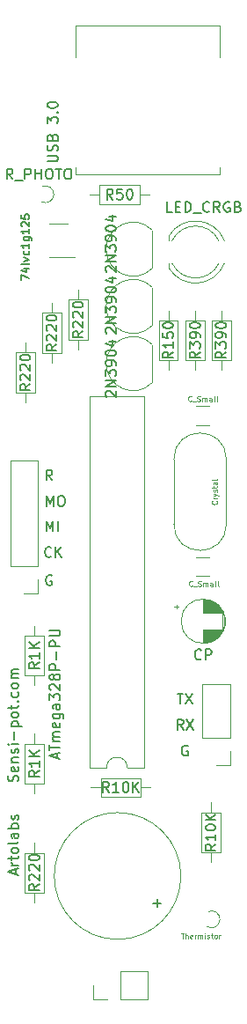
<source format=gbr>
G04 #@! TF.GenerationSoftware,KiCad,Pcbnew,5.0.2-bee76a0~70~ubuntu16.04.1*
G04 #@! TF.CreationDate,2019-09-24T08:49:17-06:00*
G04 #@! TF.ProjectId,soil_sensor_kicad_tht,736f696c-5f73-4656-9e73-6f725f6b6963,rev?*
G04 #@! TF.SameCoordinates,Original*
G04 #@! TF.FileFunction,Legend,Top*
G04 #@! TF.FilePolarity,Positive*
%FSLAX46Y46*%
G04 Gerber Fmt 4.6, Leading zero omitted, Abs format (unit mm)*
G04 Created by KiCad (PCBNEW 5.0.2-bee76a0~70~ubuntu16.04.1) date Tue 24 Sep 2019 08:49:17 AM MDT*
%MOMM*%
%LPD*%
G01*
G04 APERTURE LIST*
%ADD10C,0.150000*%
%ADD11C,0.200000*%
%ADD12C,0.120000*%
%ADD13C,0.100000*%
%ADD14C,0.130000*%
G04 APERTURE END LIST*
D10*
X83161904Y-104600000D02*
X83066666Y-104552380D01*
X82923809Y-104552380D01*
X82780952Y-104600000D01*
X82685714Y-104695238D01*
X82638095Y-104790476D01*
X82590476Y-104980952D01*
X82590476Y-105123809D01*
X82638095Y-105314285D01*
X82685714Y-105409523D01*
X82780952Y-105504761D01*
X82923809Y-105552380D01*
X83019047Y-105552380D01*
X83161904Y-105504761D01*
X83209523Y-105457142D01*
X83209523Y-105123809D01*
X83019047Y-105123809D01*
X83109523Y-102757142D02*
X83061904Y-102804761D01*
X82919047Y-102852380D01*
X82823809Y-102852380D01*
X82680952Y-102804761D01*
X82585714Y-102709523D01*
X82538095Y-102614285D01*
X82490476Y-102423809D01*
X82490476Y-102280952D01*
X82538095Y-102090476D01*
X82585714Y-101995238D01*
X82680952Y-101900000D01*
X82823809Y-101852380D01*
X82919047Y-101852380D01*
X83061904Y-101900000D01*
X83109523Y-101947619D01*
X83538095Y-102852380D02*
X83538095Y-101852380D01*
X84109523Y-102852380D02*
X83680952Y-102280952D01*
X84109523Y-101852380D02*
X83538095Y-102423809D01*
X82628571Y-100352380D02*
X82628571Y-99352380D01*
X82961904Y-100066666D01*
X83295238Y-99352380D01*
X83295238Y-100352380D01*
X83771428Y-100352380D02*
X83771428Y-99352380D01*
X82642857Y-97952380D02*
X82642857Y-96952380D01*
X82976190Y-97666666D01*
X83309523Y-96952380D01*
X83309523Y-97952380D01*
X83976190Y-96952380D02*
X84166666Y-96952380D01*
X84261904Y-97000000D01*
X84357142Y-97095238D01*
X84404761Y-97285714D01*
X84404761Y-97619047D01*
X84357142Y-97809523D01*
X84261904Y-97904761D01*
X84166666Y-97952380D01*
X83976190Y-97952380D01*
X83880952Y-97904761D01*
X83785714Y-97809523D01*
X83738095Y-97619047D01*
X83738095Y-97285714D01*
X83785714Y-97095238D01*
X83880952Y-97000000D01*
X83976190Y-96952380D01*
D11*
X96261904Y-121000000D02*
X96166666Y-120952380D01*
X96023809Y-120952380D01*
X95880952Y-121000000D01*
X95785714Y-121095238D01*
X95738095Y-121190476D01*
X95690476Y-121380952D01*
X95690476Y-121523809D01*
X95738095Y-121714285D01*
X95785714Y-121809523D01*
X95880952Y-121904761D01*
X96023809Y-121952380D01*
X96119047Y-121952380D01*
X96261904Y-121904761D01*
X96309523Y-121857142D01*
X96309523Y-121523809D01*
X96119047Y-121523809D01*
X95833333Y-119452380D02*
X95500000Y-118976190D01*
X95261904Y-119452380D02*
X95261904Y-118452380D01*
X95642857Y-118452380D01*
X95738095Y-118500000D01*
X95785714Y-118547619D01*
X95833333Y-118642857D01*
X95833333Y-118785714D01*
X95785714Y-118880952D01*
X95738095Y-118928571D01*
X95642857Y-118976190D01*
X95261904Y-118976190D01*
X96166666Y-118452380D02*
X96833333Y-119452380D01*
X96833333Y-118452380D02*
X96166666Y-119452380D01*
D10*
X79904761Y-124404761D02*
X79952380Y-124261904D01*
X79952380Y-124023809D01*
X79904761Y-123928571D01*
X79857142Y-123880952D01*
X79761904Y-123833333D01*
X79666666Y-123833333D01*
X79571428Y-123880952D01*
X79523809Y-123928571D01*
X79476190Y-124023809D01*
X79428571Y-124214285D01*
X79380952Y-124309523D01*
X79333333Y-124357142D01*
X79238095Y-124404761D01*
X79142857Y-124404761D01*
X79047619Y-124357142D01*
X79000000Y-124309523D01*
X78952380Y-124214285D01*
X78952380Y-123976190D01*
X79000000Y-123833333D01*
X79904761Y-123023809D02*
X79952380Y-123119047D01*
X79952380Y-123309523D01*
X79904761Y-123404761D01*
X79809523Y-123452380D01*
X79428571Y-123452380D01*
X79333333Y-123404761D01*
X79285714Y-123309523D01*
X79285714Y-123119047D01*
X79333333Y-123023809D01*
X79428571Y-122976190D01*
X79523809Y-122976190D01*
X79619047Y-123452380D01*
X79285714Y-122547619D02*
X79952380Y-122547619D01*
X79380952Y-122547619D02*
X79333333Y-122500000D01*
X79285714Y-122404761D01*
X79285714Y-122261904D01*
X79333333Y-122166666D01*
X79428571Y-122119047D01*
X79952380Y-122119047D01*
X79904761Y-121690476D02*
X79952380Y-121595238D01*
X79952380Y-121404761D01*
X79904761Y-121309523D01*
X79809523Y-121261904D01*
X79761904Y-121261904D01*
X79666666Y-121309523D01*
X79619047Y-121404761D01*
X79619047Y-121547619D01*
X79571428Y-121642857D01*
X79476190Y-121690476D01*
X79428571Y-121690476D01*
X79333333Y-121642857D01*
X79285714Y-121547619D01*
X79285714Y-121404761D01*
X79333333Y-121309523D01*
X79952380Y-120833333D02*
X79285714Y-120833333D01*
X78952380Y-120833333D02*
X79000000Y-120880952D01*
X79047619Y-120833333D01*
X79000000Y-120785714D01*
X78952380Y-120833333D01*
X79047619Y-120833333D01*
X79571428Y-120357142D02*
X79571428Y-119595238D01*
X79285714Y-119119047D02*
X80285714Y-119119047D01*
X79333333Y-119119047D02*
X79285714Y-119023809D01*
X79285714Y-118833333D01*
X79333333Y-118738095D01*
X79380952Y-118690476D01*
X79476190Y-118642857D01*
X79761904Y-118642857D01*
X79857142Y-118690476D01*
X79904761Y-118738095D01*
X79952380Y-118833333D01*
X79952380Y-119023809D01*
X79904761Y-119119047D01*
X79952380Y-118071428D02*
X79904761Y-118166666D01*
X79857142Y-118214285D01*
X79761904Y-118261904D01*
X79476190Y-118261904D01*
X79380952Y-118214285D01*
X79333333Y-118166666D01*
X79285714Y-118071428D01*
X79285714Y-117928571D01*
X79333333Y-117833333D01*
X79380952Y-117785714D01*
X79476190Y-117738095D01*
X79761904Y-117738095D01*
X79857142Y-117785714D01*
X79904761Y-117833333D01*
X79952380Y-117928571D01*
X79952380Y-118071428D01*
X79285714Y-117452380D02*
X79285714Y-117071428D01*
X78952380Y-117309523D02*
X79809523Y-117309523D01*
X79904761Y-117261904D01*
X79952380Y-117166666D01*
X79952380Y-117071428D01*
X79857142Y-116738095D02*
X79904761Y-116690476D01*
X79952380Y-116738095D01*
X79904761Y-116785714D01*
X79857142Y-116738095D01*
X79952380Y-116738095D01*
X79904761Y-115833333D02*
X79952380Y-115928571D01*
X79952380Y-116119047D01*
X79904761Y-116214285D01*
X79857142Y-116261904D01*
X79761904Y-116309523D01*
X79476190Y-116309523D01*
X79380952Y-116261904D01*
X79333333Y-116214285D01*
X79285714Y-116119047D01*
X79285714Y-115928571D01*
X79333333Y-115833333D01*
X79952380Y-115261904D02*
X79904761Y-115357142D01*
X79857142Y-115404761D01*
X79761904Y-115452380D01*
X79476190Y-115452380D01*
X79380952Y-115404761D01*
X79333333Y-115357142D01*
X79285714Y-115261904D01*
X79285714Y-115119047D01*
X79333333Y-115023809D01*
X79380952Y-114976190D01*
X79476190Y-114928571D01*
X79761904Y-114928571D01*
X79857142Y-114976190D01*
X79904761Y-115023809D01*
X79952380Y-115119047D01*
X79952380Y-115261904D01*
X79952380Y-114500000D02*
X79285714Y-114500000D01*
X79380952Y-114500000D02*
X79333333Y-114452380D01*
X79285714Y-114357142D01*
X79285714Y-114214285D01*
X79333333Y-114119047D01*
X79428571Y-114071428D01*
X79952380Y-114071428D01*
X79428571Y-114071428D02*
X79333333Y-114023809D01*
X79285714Y-113928571D01*
X79285714Y-113785714D01*
X79333333Y-113690476D01*
X79428571Y-113642857D01*
X79952380Y-113642857D01*
D11*
X79666666Y-133357142D02*
X79666666Y-132880952D01*
X79952380Y-133452380D02*
X78952380Y-133119047D01*
X79952380Y-132785714D01*
X79952380Y-132452380D02*
X79285714Y-132452380D01*
X79476190Y-132452380D02*
X79380952Y-132404761D01*
X79333333Y-132357142D01*
X79285714Y-132261904D01*
X79285714Y-132166666D01*
X79285714Y-131976190D02*
X79285714Y-131595238D01*
X78952380Y-131833333D02*
X79809523Y-131833333D01*
X79904761Y-131785714D01*
X79952380Y-131690476D01*
X79952380Y-131595238D01*
X79952380Y-131119047D02*
X79904761Y-131214285D01*
X79857142Y-131261904D01*
X79761904Y-131309523D01*
X79476190Y-131309523D01*
X79380952Y-131261904D01*
X79333333Y-131214285D01*
X79285714Y-131119047D01*
X79285714Y-130976190D01*
X79333333Y-130880952D01*
X79380952Y-130833333D01*
X79476190Y-130785714D01*
X79761904Y-130785714D01*
X79857142Y-130833333D01*
X79904761Y-130880952D01*
X79952380Y-130976190D01*
X79952380Y-131119047D01*
X79952380Y-130214285D02*
X79904761Y-130309523D01*
X79809523Y-130357142D01*
X78952380Y-130357142D01*
X79952380Y-129404761D02*
X79428571Y-129404761D01*
X79333333Y-129452380D01*
X79285714Y-129547619D01*
X79285714Y-129738095D01*
X79333333Y-129833333D01*
X79904761Y-129404761D02*
X79952380Y-129500000D01*
X79952380Y-129738095D01*
X79904761Y-129833333D01*
X79809523Y-129880952D01*
X79714285Y-129880952D01*
X79619047Y-129833333D01*
X79571428Y-129738095D01*
X79571428Y-129500000D01*
X79523809Y-129404761D01*
X79952380Y-128928571D02*
X78952380Y-128928571D01*
X79333333Y-128928571D02*
X79285714Y-128833333D01*
X79285714Y-128642857D01*
X79333333Y-128547619D01*
X79380952Y-128500000D01*
X79476190Y-128452380D01*
X79761904Y-128452380D01*
X79857142Y-128500000D01*
X79904761Y-128547619D01*
X79952380Y-128642857D01*
X79952380Y-128833333D01*
X79904761Y-128928571D01*
X79904761Y-128071428D02*
X79952380Y-127976190D01*
X79952380Y-127785714D01*
X79904761Y-127690476D01*
X79809523Y-127642857D01*
X79761904Y-127642857D01*
X79666666Y-127690476D01*
X79619047Y-127785714D01*
X79619047Y-127928571D01*
X79571428Y-128023809D01*
X79476190Y-128071428D01*
X79428571Y-128071428D01*
X79333333Y-128023809D01*
X79285714Y-127928571D01*
X79285714Y-127785714D01*
X79333333Y-127690476D01*
X82738980Y-64783933D02*
X83548504Y-64783933D01*
X83643742Y-64736314D01*
X83691361Y-64688695D01*
X83738980Y-64593457D01*
X83738980Y-64402980D01*
X83691361Y-64307742D01*
X83643742Y-64260123D01*
X83548504Y-64212504D01*
X82738980Y-64212504D01*
X83691361Y-63783933D02*
X83738980Y-63641076D01*
X83738980Y-63402980D01*
X83691361Y-63307742D01*
X83643742Y-63260123D01*
X83548504Y-63212504D01*
X83453266Y-63212504D01*
X83358028Y-63260123D01*
X83310409Y-63307742D01*
X83262790Y-63402980D01*
X83215171Y-63593457D01*
X83167552Y-63688695D01*
X83119933Y-63736314D01*
X83024695Y-63783933D01*
X82929457Y-63783933D01*
X82834219Y-63736314D01*
X82786600Y-63688695D01*
X82738980Y-63593457D01*
X82738980Y-63355361D01*
X82786600Y-63212504D01*
X83215171Y-62450600D02*
X83262790Y-62307742D01*
X83310409Y-62260123D01*
X83405647Y-62212504D01*
X83548504Y-62212504D01*
X83643742Y-62260123D01*
X83691361Y-62307742D01*
X83738980Y-62402980D01*
X83738980Y-62783933D01*
X82738980Y-62783933D01*
X82738980Y-62450600D01*
X82786600Y-62355361D01*
X82834219Y-62307742D01*
X82929457Y-62260123D01*
X83024695Y-62260123D01*
X83119933Y-62307742D01*
X83167552Y-62355361D01*
X83215171Y-62450600D01*
X83215171Y-62783933D01*
X82738980Y-61117266D02*
X82738980Y-60498219D01*
X83119933Y-60831552D01*
X83119933Y-60688695D01*
X83167552Y-60593457D01*
X83215171Y-60545838D01*
X83310409Y-60498219D01*
X83548504Y-60498219D01*
X83643742Y-60545838D01*
X83691361Y-60593457D01*
X83738980Y-60688695D01*
X83738980Y-60974409D01*
X83691361Y-61069647D01*
X83643742Y-61117266D01*
X83643742Y-60069647D02*
X83691361Y-60022028D01*
X83738980Y-60069647D01*
X83691361Y-60117266D01*
X83643742Y-60069647D01*
X83738980Y-60069647D01*
X82738980Y-59402980D02*
X82738980Y-59307742D01*
X82786600Y-59212504D01*
X82834219Y-59164885D01*
X82929457Y-59117266D01*
X83119933Y-59069647D01*
X83358028Y-59069647D01*
X83548504Y-59117266D01*
X83643742Y-59164885D01*
X83691361Y-59212504D01*
X83738980Y-59307742D01*
X83738980Y-59402980D01*
X83691361Y-59498219D01*
X83643742Y-59545838D01*
X83548504Y-59593457D01*
X83358028Y-59641076D01*
X83119933Y-59641076D01*
X82929457Y-59593457D01*
X82834219Y-59545838D01*
X82786600Y-59498219D01*
X82738980Y-59402980D01*
X95238095Y-115952380D02*
X95809523Y-115952380D01*
X95523809Y-116952380D02*
X95523809Y-115952380D01*
X96047619Y-115952380D02*
X96714285Y-116952380D01*
X96714285Y-115952380D02*
X96047619Y-116952380D01*
D10*
X83209523Y-95452380D02*
X82876190Y-94976190D01*
X82638095Y-95452380D02*
X82638095Y-94452380D01*
X83019047Y-94452380D01*
X83114285Y-94500000D01*
X83161904Y-94547619D01*
X83209523Y-94642857D01*
X83209523Y-94785714D01*
X83161904Y-94880952D01*
X83114285Y-94928571D01*
X83019047Y-94976190D01*
X82638095Y-94976190D01*
D12*
G04 #@! TO.C,R7*
X99500000Y-79120000D02*
X99500000Y-80070000D01*
X99500000Y-84860000D02*
X99500000Y-83910000D01*
X98580000Y-80070000D02*
X98580000Y-83910000D01*
X100420000Y-80070000D02*
X98580000Y-80070000D01*
X100420000Y-83910000D02*
X100420000Y-80070000D01*
X98580000Y-83910000D02*
X100420000Y-83910000D01*
G04 #@! TO.C,R6*
X96080000Y-83910000D02*
X97920000Y-83910000D01*
X97920000Y-83910000D02*
X97920000Y-80070000D01*
X97920000Y-80070000D02*
X96080000Y-80070000D01*
X96080000Y-80070000D02*
X96080000Y-83910000D01*
X97000000Y-84860000D02*
X97000000Y-83910000D01*
X97000000Y-79120000D02*
X97000000Y-80070000D01*
G04 #@! TO.C,R4*
X92680000Y-125000000D02*
X91730000Y-125000000D01*
X86940000Y-125000000D02*
X87890000Y-125000000D01*
X91730000Y-124080000D02*
X87890000Y-124080000D01*
X91730000Y-125920000D02*
X91730000Y-124080000D01*
X87890000Y-125920000D02*
X91730000Y-125920000D01*
X87890000Y-124080000D02*
X87890000Y-125920000D01*
G04 #@! TO.C,R3*
X82420000Y-110390000D02*
X80580000Y-110390000D01*
X80580000Y-110390000D02*
X80580000Y-114230000D01*
X80580000Y-114230000D02*
X82420000Y-114230000D01*
X82420000Y-114230000D02*
X82420000Y-110390000D01*
X81500000Y-109440000D02*
X81500000Y-110390000D01*
X81500000Y-115180000D02*
X81500000Y-114230000D01*
G04 #@! TO.C,R2*
X81500000Y-119820000D02*
X81500000Y-120770000D01*
X81500000Y-125560000D02*
X81500000Y-124610000D01*
X80580000Y-120770000D02*
X80580000Y-124610000D01*
X82420000Y-120770000D02*
X80580000Y-120770000D01*
X82420000Y-124610000D02*
X82420000Y-120770000D01*
X80580000Y-124610000D02*
X82420000Y-124610000D01*
G04 #@! TO.C,R5*
X93480000Y-83910000D02*
X95320000Y-83910000D01*
X95320000Y-83910000D02*
X95320000Y-80070000D01*
X95320000Y-80070000D02*
X93480000Y-80070000D01*
X93480000Y-80070000D02*
X93480000Y-83910000D01*
X94400000Y-84860000D02*
X94400000Y-83910000D01*
X94400000Y-79120000D02*
X94400000Y-80070000D01*
G04 #@! TO.C,R8*
X80645000Y-82220000D02*
X80645000Y-83170000D01*
X80645000Y-87960000D02*
X80645000Y-87010000D01*
X79725000Y-83170000D02*
X79725000Y-87010000D01*
X81565000Y-83170000D02*
X79725000Y-83170000D01*
X81565000Y-87010000D02*
X81565000Y-83170000D01*
X79725000Y-87010000D02*
X81565000Y-87010000D01*
G04 #@! TO.C,R9*
X82265000Y-83200000D02*
X84105000Y-83200000D01*
X84105000Y-83200000D02*
X84105000Y-79360000D01*
X84105000Y-79360000D02*
X82265000Y-79360000D01*
X82265000Y-79360000D02*
X82265000Y-83200000D01*
X83185000Y-84150000D02*
X83185000Y-83200000D01*
X83185000Y-78410000D02*
X83185000Y-79360000D01*
G04 #@! TO.C,R10*
X85725000Y-77140000D02*
X85725000Y-78090000D01*
X85725000Y-82880000D02*
X85725000Y-81930000D01*
X84805000Y-78090000D02*
X84805000Y-81930000D01*
X86645000Y-78090000D02*
X84805000Y-78090000D01*
X86645000Y-81930000D02*
X86645000Y-78090000D01*
X84805000Y-81930000D02*
X86645000Y-81930000D01*
G04 #@! TO.C,R11*
X99420000Y-127390000D02*
X97580000Y-127390000D01*
X97580000Y-127390000D02*
X97580000Y-131230000D01*
X97580000Y-131230000D02*
X99420000Y-131230000D01*
X99420000Y-131230000D02*
X99420000Y-127390000D01*
X98500000Y-126440000D02*
X98500000Y-127390000D01*
X98500000Y-132180000D02*
X98500000Y-131230000D01*
G04 #@! TO.C,R12*
X81500000Y-130320000D02*
X81500000Y-131270000D01*
X81500000Y-136060000D02*
X81500000Y-135110000D01*
X80580000Y-131270000D02*
X80580000Y-135110000D01*
X82420000Y-131270000D02*
X80580000Y-131270000D01*
X82420000Y-135110000D02*
X82420000Y-131270000D01*
X80580000Y-135110000D02*
X82420000Y-135110000D01*
G04 #@! TO.C,R13*
X91610000Y-68920000D02*
X91610000Y-67080000D01*
X91610000Y-67080000D02*
X87770000Y-67080000D01*
X87770000Y-67080000D02*
X87770000Y-68920000D01*
X87770000Y-68920000D02*
X91610000Y-68920000D01*
X92560000Y-68000000D02*
X91610000Y-68000000D01*
X86820000Y-68000000D02*
X87770000Y-68000000D01*
G04 #@! TO.C,Q1*
X92850000Y-86030000D02*
X92850000Y-82430000D01*
X92838478Y-86068478D02*
G75*
G02X88400000Y-84230000I-1838478J1838478D01*
G01*
X92838478Y-82391522D02*
G75*
G03X88400000Y-84230000I-1838478J-1838478D01*
G01*
G04 #@! TO.C,Q2*
X92838478Y-76891522D02*
G75*
G03X88400000Y-78730000I-1838478J-1838478D01*
G01*
X92838478Y-80568478D02*
G75*
G02X88400000Y-78730000I-1838478J1838478D01*
G01*
X92850000Y-80530000D02*
X92850000Y-76930000D01*
G04 #@! TO.C,Q3*
X92850000Y-75030000D02*
X92850000Y-71430000D01*
X92838478Y-75068478D02*
G75*
G02X88400000Y-73230000I-1838478J1838478D01*
G01*
X92838478Y-71391522D02*
G75*
G03X88400000Y-73230000I-1838478J-1838478D01*
G01*
G04 #@! TO.C,C1*
X99870000Y-109000000D02*
G75*
G03X99870000Y-109000000I-2120000J0D01*
G01*
X97750000Y-109840000D02*
X97750000Y-111080000D01*
X97750000Y-106920000D02*
X97750000Y-108160000D01*
X97790000Y-109840000D02*
X97790000Y-111080000D01*
X97790000Y-106920000D02*
X97790000Y-108160000D01*
X97830000Y-109840000D02*
X97830000Y-111079000D01*
X97830000Y-106921000D02*
X97830000Y-108160000D01*
X97870000Y-106923000D02*
X97870000Y-108160000D01*
X97870000Y-109840000D02*
X97870000Y-111077000D01*
X97910000Y-106926000D02*
X97910000Y-108160000D01*
X97910000Y-109840000D02*
X97910000Y-111074000D01*
X97950000Y-106929000D02*
X97950000Y-108160000D01*
X97950000Y-109840000D02*
X97950000Y-111071000D01*
X97990000Y-106933000D02*
X97990000Y-108160000D01*
X97990000Y-109840000D02*
X97990000Y-111067000D01*
X98030000Y-106938000D02*
X98030000Y-108160000D01*
X98030000Y-109840000D02*
X98030000Y-111062000D01*
X98070000Y-106944000D02*
X98070000Y-108160000D01*
X98070000Y-109840000D02*
X98070000Y-111056000D01*
X98110000Y-106950000D02*
X98110000Y-108160000D01*
X98110000Y-109840000D02*
X98110000Y-111050000D01*
X98150000Y-106958000D02*
X98150000Y-108160000D01*
X98150000Y-109840000D02*
X98150000Y-111042000D01*
X98190000Y-106966000D02*
X98190000Y-108160000D01*
X98190000Y-109840000D02*
X98190000Y-111034000D01*
X98230000Y-106975000D02*
X98230000Y-108160000D01*
X98230000Y-109840000D02*
X98230000Y-111025000D01*
X98270000Y-106984000D02*
X98270000Y-108160000D01*
X98270000Y-109840000D02*
X98270000Y-111016000D01*
X98310000Y-106995000D02*
X98310000Y-108160000D01*
X98310000Y-109840000D02*
X98310000Y-111005000D01*
X98350000Y-107006000D02*
X98350000Y-108160000D01*
X98350000Y-109840000D02*
X98350000Y-110994000D01*
X98390000Y-107018000D02*
X98390000Y-108160000D01*
X98390000Y-109840000D02*
X98390000Y-110982000D01*
X98430000Y-107032000D02*
X98430000Y-108160000D01*
X98430000Y-109840000D02*
X98430000Y-110968000D01*
X98471000Y-107046000D02*
X98471000Y-108160000D01*
X98471000Y-109840000D02*
X98471000Y-110954000D01*
X98511000Y-107060000D02*
X98511000Y-108160000D01*
X98511000Y-109840000D02*
X98511000Y-110940000D01*
X98551000Y-107076000D02*
X98551000Y-108160000D01*
X98551000Y-109840000D02*
X98551000Y-110924000D01*
X98591000Y-107093000D02*
X98591000Y-108160000D01*
X98591000Y-109840000D02*
X98591000Y-110907000D01*
X98631000Y-107111000D02*
X98631000Y-108160000D01*
X98631000Y-109840000D02*
X98631000Y-110889000D01*
X98671000Y-107130000D02*
X98671000Y-108160000D01*
X98671000Y-109840000D02*
X98671000Y-110870000D01*
X98711000Y-107149000D02*
X98711000Y-108160000D01*
X98711000Y-109840000D02*
X98711000Y-110851000D01*
X98751000Y-107170000D02*
X98751000Y-108160000D01*
X98751000Y-109840000D02*
X98751000Y-110830000D01*
X98791000Y-107192000D02*
X98791000Y-108160000D01*
X98791000Y-109840000D02*
X98791000Y-110808000D01*
X98831000Y-107215000D02*
X98831000Y-108160000D01*
X98831000Y-109840000D02*
X98831000Y-110785000D01*
X98871000Y-107240000D02*
X98871000Y-108160000D01*
X98871000Y-109840000D02*
X98871000Y-110760000D01*
X98911000Y-107265000D02*
X98911000Y-108160000D01*
X98911000Y-109840000D02*
X98911000Y-110735000D01*
X98951000Y-107292000D02*
X98951000Y-108160000D01*
X98951000Y-109840000D02*
X98951000Y-110708000D01*
X98991000Y-107320000D02*
X98991000Y-108160000D01*
X98991000Y-109840000D02*
X98991000Y-110680000D01*
X99031000Y-107350000D02*
X99031000Y-108160000D01*
X99031000Y-109840000D02*
X99031000Y-110650000D01*
X99071000Y-107381000D02*
X99071000Y-108160000D01*
X99071000Y-109840000D02*
X99071000Y-110619000D01*
X99111000Y-107413000D02*
X99111000Y-108160000D01*
X99111000Y-109840000D02*
X99111000Y-110587000D01*
X99151000Y-107448000D02*
X99151000Y-108160000D01*
X99151000Y-109840000D02*
X99151000Y-110552000D01*
X99191000Y-107484000D02*
X99191000Y-108160000D01*
X99191000Y-109840000D02*
X99191000Y-110516000D01*
X99231000Y-107522000D02*
X99231000Y-108160000D01*
X99231000Y-109840000D02*
X99231000Y-110478000D01*
X99271000Y-107562000D02*
X99271000Y-108160000D01*
X99271000Y-109840000D02*
X99271000Y-110438000D01*
X99311000Y-107604000D02*
X99311000Y-108160000D01*
X99311000Y-109840000D02*
X99311000Y-110396000D01*
X99591000Y-107987000D02*
X99591000Y-110013000D01*
X99631000Y-108060000D02*
X99631000Y-109940000D01*
X99751000Y-108336000D02*
X99751000Y-109664000D01*
X99791000Y-108463000D02*
X99791000Y-109537000D01*
X99831000Y-108630000D02*
X99831000Y-109370000D01*
X94968000Y-107603000D02*
X95368000Y-107603000D01*
X95158500Y-107412500D02*
X95158500Y-107812500D01*
D13*
X99413000Y-108174500D02*
X99413000Y-107730000D01*
X99349500Y-108174500D02*
X99349500Y-107793500D01*
X99349500Y-109825500D02*
X99349500Y-110270000D01*
X99413000Y-109825500D02*
X99413000Y-110206500D01*
X99476500Y-108174500D02*
X99476500Y-107857000D01*
X99540000Y-108174500D02*
X99540000Y-107857000D01*
X99476500Y-109825500D02*
X99476500Y-110143000D01*
X99540000Y-109825500D02*
X99540000Y-110079500D01*
D12*
G04 #@! TO.C,D1*
X99792815Y-72419173D02*
G75*
G03X94445000Y-71955170I-2787815J-1080827D01*
G01*
X99792815Y-74580827D02*
G75*
G02X94445000Y-75044830I-2787815J1080827D01*
G01*
X99259479Y-72419571D02*
G75*
G03X94750316Y-72420000I-2254479J-1080429D01*
G01*
X99259479Y-74580429D02*
G75*
G02X94750316Y-74580000I-2254479J1080429D01*
G01*
X94445000Y-71955000D02*
X94445000Y-72420000D01*
X94445000Y-74580000D02*
X94445000Y-75045000D01*
G04 #@! TO.C,J4*
X99345000Y-66060000D02*
X99345000Y-65350000D01*
X85425000Y-66060000D02*
X85425000Y-65350000D01*
X99345000Y-66060000D02*
X85425000Y-66060000D01*
X99345000Y-51690000D02*
X99345000Y-54800000D01*
X85425000Y-51690000D02*
X85425000Y-54800000D01*
X99345000Y-51690000D02*
X85425000Y-51690000D01*
G04 #@! TO.C,U2*
X84720000Y-70780000D02*
X82920000Y-70780000D01*
X82920000Y-74000000D02*
X85370000Y-74000000D01*
G04 #@! TO.C,BZ1*
X95600000Y-133500000D02*
G75*
G03X95600000Y-133500000I-6100000J0D01*
G01*
G04 #@! TO.C,J1*
X92370000Y-145330000D02*
X92370000Y-142670000D01*
X89770000Y-145330000D02*
X92370000Y-145330000D01*
X89770000Y-142670000D02*
X92370000Y-142670000D01*
X89770000Y-145330000D02*
X89770000Y-142670000D01*
X88500000Y-145330000D02*
X87170000Y-145330000D01*
X87170000Y-145330000D02*
X87170000Y-144000000D01*
G04 #@! TO.C,J2*
X100330000Y-115090000D02*
X97670000Y-115090000D01*
X100330000Y-120230000D02*
X100330000Y-115090000D01*
X97670000Y-120230000D02*
X97670000Y-115090000D01*
X100330000Y-120230000D02*
X97670000Y-120230000D01*
X100330000Y-121500000D02*
X100330000Y-122830000D01*
X100330000Y-122830000D02*
X99000000Y-122830000D01*
G04 #@! TO.C,J3*
X81830000Y-93510000D02*
X79170000Y-93510000D01*
X81830000Y-103730000D02*
X81830000Y-93510000D01*
X79170000Y-103730000D02*
X79170000Y-93510000D01*
X81830000Y-103730000D02*
X79170000Y-103730000D01*
X81830000Y-105000000D02*
X81830000Y-106330000D01*
X81830000Y-106330000D02*
X80500000Y-106330000D01*
G04 #@! TO.C,C2*
X97071000Y-104670000D02*
X98329000Y-104670000D01*
X97071000Y-102830000D02*
X98329000Y-102830000D01*
G04 #@! TO.C,C3*
X98329000Y-90170000D02*
X97071000Y-90170000D01*
X98329000Y-88330000D02*
X97071000Y-88330000D01*
G04 #@! TO.C,Y1*
X94925000Y-99675000D02*
X94925000Y-93425000D01*
X99975000Y-99675000D02*
X99975000Y-93425000D01*
X99975000Y-99675000D02*
G75*
G02X94925000Y-99675000I-2525000J0D01*
G01*
X99975000Y-93425000D02*
G75*
G03X94925000Y-93425000I-2525000J0D01*
G01*
G04 #@! TO.C,U1*
X88440000Y-123080000D02*
G75*
G02X90440000Y-123080000I1000000J0D01*
G01*
X90440000Y-123080000D02*
X92090000Y-123080000D01*
X92090000Y-123080000D02*
X92090000Y-87400000D01*
X92090000Y-87400000D02*
X86790000Y-87400000D01*
X86790000Y-87400000D02*
X86790000Y-123080000D01*
X86790000Y-123080000D02*
X88440000Y-123080000D01*
G04 #@! TO.C,R1*
X82229905Y-67195641D02*
G75*
G02X82132867Y-68645000I320095J-749359D01*
G01*
G04 #@! TO.C,TH1*
X98231905Y-136918641D02*
G75*
G02X98134867Y-138368000I320095J-749359D01*
G01*
G04 #@! TO.C,R7*
D10*
X99952380Y-83109047D02*
X99476190Y-83442380D01*
X99952380Y-83680476D02*
X98952380Y-83680476D01*
X98952380Y-83299523D01*
X99000000Y-83204285D01*
X99047619Y-83156666D01*
X99142857Y-83109047D01*
X99285714Y-83109047D01*
X99380952Y-83156666D01*
X99428571Y-83204285D01*
X99476190Y-83299523D01*
X99476190Y-83680476D01*
X98952380Y-82775714D02*
X98952380Y-82156666D01*
X99333333Y-82490000D01*
X99333333Y-82347142D01*
X99380952Y-82251904D01*
X99428571Y-82204285D01*
X99523809Y-82156666D01*
X99761904Y-82156666D01*
X99857142Y-82204285D01*
X99904761Y-82251904D01*
X99952380Y-82347142D01*
X99952380Y-82632857D01*
X99904761Y-82728095D01*
X99857142Y-82775714D01*
X99952380Y-81680476D02*
X99952380Y-81490000D01*
X99904761Y-81394761D01*
X99857142Y-81347142D01*
X99714285Y-81251904D01*
X99523809Y-81204285D01*
X99142857Y-81204285D01*
X99047619Y-81251904D01*
X99000000Y-81299523D01*
X98952380Y-81394761D01*
X98952380Y-81585238D01*
X99000000Y-81680476D01*
X99047619Y-81728095D01*
X99142857Y-81775714D01*
X99380952Y-81775714D01*
X99476190Y-81728095D01*
X99523809Y-81680476D01*
X99571428Y-81585238D01*
X99571428Y-81394761D01*
X99523809Y-81299523D01*
X99476190Y-81251904D01*
X99380952Y-81204285D01*
X98952380Y-80585238D02*
X98952380Y-80490000D01*
X99000000Y-80394761D01*
X99047619Y-80347142D01*
X99142857Y-80299523D01*
X99333333Y-80251904D01*
X99571428Y-80251904D01*
X99761904Y-80299523D01*
X99857142Y-80347142D01*
X99904761Y-80394761D01*
X99952380Y-80490000D01*
X99952380Y-80585238D01*
X99904761Y-80680476D01*
X99857142Y-80728095D01*
X99761904Y-80775714D01*
X99571428Y-80823333D01*
X99333333Y-80823333D01*
X99142857Y-80775714D01*
X99047619Y-80728095D01*
X99000000Y-80680476D01*
X98952380Y-80585238D01*
G04 #@! TO.C,R6*
X97452380Y-83109047D02*
X96976190Y-83442380D01*
X97452380Y-83680476D02*
X96452380Y-83680476D01*
X96452380Y-83299523D01*
X96500000Y-83204285D01*
X96547619Y-83156666D01*
X96642857Y-83109047D01*
X96785714Y-83109047D01*
X96880952Y-83156666D01*
X96928571Y-83204285D01*
X96976190Y-83299523D01*
X96976190Y-83680476D01*
X96452380Y-82775714D02*
X96452380Y-82156666D01*
X96833333Y-82490000D01*
X96833333Y-82347142D01*
X96880952Y-82251904D01*
X96928571Y-82204285D01*
X97023809Y-82156666D01*
X97261904Y-82156666D01*
X97357142Y-82204285D01*
X97404761Y-82251904D01*
X97452380Y-82347142D01*
X97452380Y-82632857D01*
X97404761Y-82728095D01*
X97357142Y-82775714D01*
X97452380Y-81680476D02*
X97452380Y-81490000D01*
X97404761Y-81394761D01*
X97357142Y-81347142D01*
X97214285Y-81251904D01*
X97023809Y-81204285D01*
X96642857Y-81204285D01*
X96547619Y-81251904D01*
X96500000Y-81299523D01*
X96452380Y-81394761D01*
X96452380Y-81585238D01*
X96500000Y-81680476D01*
X96547619Y-81728095D01*
X96642857Y-81775714D01*
X96880952Y-81775714D01*
X96976190Y-81728095D01*
X97023809Y-81680476D01*
X97071428Y-81585238D01*
X97071428Y-81394761D01*
X97023809Y-81299523D01*
X96976190Y-81251904D01*
X96880952Y-81204285D01*
X96452380Y-80585238D02*
X96452380Y-80490000D01*
X96500000Y-80394761D01*
X96547619Y-80347142D01*
X96642857Y-80299523D01*
X96833333Y-80251904D01*
X97071428Y-80251904D01*
X97261904Y-80299523D01*
X97357142Y-80347142D01*
X97404761Y-80394761D01*
X97452380Y-80490000D01*
X97452380Y-80585238D01*
X97404761Y-80680476D01*
X97357142Y-80728095D01*
X97261904Y-80775714D01*
X97071428Y-80823333D01*
X96833333Y-80823333D01*
X96642857Y-80775714D01*
X96547619Y-80728095D01*
X96500000Y-80680476D01*
X96452380Y-80585238D01*
G04 #@! TO.C,R4*
X88667142Y-125452380D02*
X88333809Y-124976190D01*
X88095714Y-125452380D02*
X88095714Y-124452380D01*
X88476666Y-124452380D01*
X88571904Y-124500000D01*
X88619523Y-124547619D01*
X88667142Y-124642857D01*
X88667142Y-124785714D01*
X88619523Y-124880952D01*
X88571904Y-124928571D01*
X88476666Y-124976190D01*
X88095714Y-124976190D01*
X89619523Y-125452380D02*
X89048095Y-125452380D01*
X89333809Y-125452380D02*
X89333809Y-124452380D01*
X89238571Y-124595238D01*
X89143333Y-124690476D01*
X89048095Y-124738095D01*
X90238571Y-124452380D02*
X90333809Y-124452380D01*
X90429047Y-124500000D01*
X90476666Y-124547619D01*
X90524285Y-124642857D01*
X90571904Y-124833333D01*
X90571904Y-125071428D01*
X90524285Y-125261904D01*
X90476666Y-125357142D01*
X90429047Y-125404761D01*
X90333809Y-125452380D01*
X90238571Y-125452380D01*
X90143333Y-125404761D01*
X90095714Y-125357142D01*
X90048095Y-125261904D01*
X90000476Y-125071428D01*
X90000476Y-124833333D01*
X90048095Y-124642857D01*
X90095714Y-124547619D01*
X90143333Y-124500000D01*
X90238571Y-124452380D01*
X91000476Y-125452380D02*
X91000476Y-124452380D01*
X91571904Y-125452380D02*
X91143333Y-124880952D01*
X91571904Y-124452380D02*
X91000476Y-125023809D01*
G04 #@! TO.C,R3*
X81952380Y-112976666D02*
X81476190Y-113310000D01*
X81952380Y-113548095D02*
X80952380Y-113548095D01*
X80952380Y-113167142D01*
X81000000Y-113071904D01*
X81047619Y-113024285D01*
X81142857Y-112976666D01*
X81285714Y-112976666D01*
X81380952Y-113024285D01*
X81428571Y-113071904D01*
X81476190Y-113167142D01*
X81476190Y-113548095D01*
X81952380Y-112024285D02*
X81952380Y-112595714D01*
X81952380Y-112310000D02*
X80952380Y-112310000D01*
X81095238Y-112405238D01*
X81190476Y-112500476D01*
X81238095Y-112595714D01*
X81952380Y-111595714D02*
X80952380Y-111595714D01*
X81952380Y-111024285D02*
X81380952Y-111452857D01*
X80952380Y-111024285D02*
X81523809Y-111595714D01*
G04 #@! TO.C,R2*
X81952380Y-123356666D02*
X81476190Y-123690000D01*
X81952380Y-123928095D02*
X80952380Y-123928095D01*
X80952380Y-123547142D01*
X81000000Y-123451904D01*
X81047619Y-123404285D01*
X81142857Y-123356666D01*
X81285714Y-123356666D01*
X81380952Y-123404285D01*
X81428571Y-123451904D01*
X81476190Y-123547142D01*
X81476190Y-123928095D01*
X81952380Y-122404285D02*
X81952380Y-122975714D01*
X81952380Y-122690000D02*
X80952380Y-122690000D01*
X81095238Y-122785238D01*
X81190476Y-122880476D01*
X81238095Y-122975714D01*
X81952380Y-121975714D02*
X80952380Y-121975714D01*
X81952380Y-121404285D02*
X81380952Y-121832857D01*
X80952380Y-121404285D02*
X81523809Y-121975714D01*
G04 #@! TO.C,R5*
X94852380Y-83109047D02*
X94376190Y-83442380D01*
X94852380Y-83680476D02*
X93852380Y-83680476D01*
X93852380Y-83299523D01*
X93900000Y-83204285D01*
X93947619Y-83156666D01*
X94042857Y-83109047D01*
X94185714Y-83109047D01*
X94280952Y-83156666D01*
X94328571Y-83204285D01*
X94376190Y-83299523D01*
X94376190Y-83680476D01*
X94852380Y-82156666D02*
X94852380Y-82728095D01*
X94852380Y-82442380D02*
X93852380Y-82442380D01*
X93995238Y-82537619D01*
X94090476Y-82632857D01*
X94138095Y-82728095D01*
X93852380Y-81251904D02*
X93852380Y-81728095D01*
X94328571Y-81775714D01*
X94280952Y-81728095D01*
X94233333Y-81632857D01*
X94233333Y-81394761D01*
X94280952Y-81299523D01*
X94328571Y-81251904D01*
X94423809Y-81204285D01*
X94661904Y-81204285D01*
X94757142Y-81251904D01*
X94804761Y-81299523D01*
X94852380Y-81394761D01*
X94852380Y-81632857D01*
X94804761Y-81728095D01*
X94757142Y-81775714D01*
X93852380Y-80585238D02*
X93852380Y-80490000D01*
X93900000Y-80394761D01*
X93947619Y-80347142D01*
X94042857Y-80299523D01*
X94233333Y-80251904D01*
X94471428Y-80251904D01*
X94661904Y-80299523D01*
X94757142Y-80347142D01*
X94804761Y-80394761D01*
X94852380Y-80490000D01*
X94852380Y-80585238D01*
X94804761Y-80680476D01*
X94757142Y-80728095D01*
X94661904Y-80775714D01*
X94471428Y-80823333D01*
X94233333Y-80823333D01*
X94042857Y-80775714D01*
X93947619Y-80728095D01*
X93900000Y-80680476D01*
X93852380Y-80585238D01*
G04 #@! TO.C,R8*
X81097380Y-86209047D02*
X80621190Y-86542380D01*
X81097380Y-86780476D02*
X80097380Y-86780476D01*
X80097380Y-86399523D01*
X80145000Y-86304285D01*
X80192619Y-86256666D01*
X80287857Y-86209047D01*
X80430714Y-86209047D01*
X80525952Y-86256666D01*
X80573571Y-86304285D01*
X80621190Y-86399523D01*
X80621190Y-86780476D01*
X80192619Y-85828095D02*
X80145000Y-85780476D01*
X80097380Y-85685238D01*
X80097380Y-85447142D01*
X80145000Y-85351904D01*
X80192619Y-85304285D01*
X80287857Y-85256666D01*
X80383095Y-85256666D01*
X80525952Y-85304285D01*
X81097380Y-85875714D01*
X81097380Y-85256666D01*
X80192619Y-84875714D02*
X80145000Y-84828095D01*
X80097380Y-84732857D01*
X80097380Y-84494761D01*
X80145000Y-84399523D01*
X80192619Y-84351904D01*
X80287857Y-84304285D01*
X80383095Y-84304285D01*
X80525952Y-84351904D01*
X81097380Y-84923333D01*
X81097380Y-84304285D01*
X80097380Y-83685238D02*
X80097380Y-83590000D01*
X80145000Y-83494761D01*
X80192619Y-83447142D01*
X80287857Y-83399523D01*
X80478333Y-83351904D01*
X80716428Y-83351904D01*
X80906904Y-83399523D01*
X81002142Y-83447142D01*
X81049761Y-83494761D01*
X81097380Y-83590000D01*
X81097380Y-83685238D01*
X81049761Y-83780476D01*
X81002142Y-83828095D01*
X80906904Y-83875714D01*
X80716428Y-83923333D01*
X80478333Y-83923333D01*
X80287857Y-83875714D01*
X80192619Y-83828095D01*
X80145000Y-83780476D01*
X80097380Y-83685238D01*
G04 #@! TO.C,R9*
X83637380Y-82399047D02*
X83161190Y-82732380D01*
X83637380Y-82970476D02*
X82637380Y-82970476D01*
X82637380Y-82589523D01*
X82685000Y-82494285D01*
X82732619Y-82446666D01*
X82827857Y-82399047D01*
X82970714Y-82399047D01*
X83065952Y-82446666D01*
X83113571Y-82494285D01*
X83161190Y-82589523D01*
X83161190Y-82970476D01*
X82732619Y-82018095D02*
X82685000Y-81970476D01*
X82637380Y-81875238D01*
X82637380Y-81637142D01*
X82685000Y-81541904D01*
X82732619Y-81494285D01*
X82827857Y-81446666D01*
X82923095Y-81446666D01*
X83065952Y-81494285D01*
X83637380Y-82065714D01*
X83637380Y-81446666D01*
X82732619Y-81065714D02*
X82685000Y-81018095D01*
X82637380Y-80922857D01*
X82637380Y-80684761D01*
X82685000Y-80589523D01*
X82732619Y-80541904D01*
X82827857Y-80494285D01*
X82923095Y-80494285D01*
X83065952Y-80541904D01*
X83637380Y-81113333D01*
X83637380Y-80494285D01*
X82637380Y-79875238D02*
X82637380Y-79780000D01*
X82685000Y-79684761D01*
X82732619Y-79637142D01*
X82827857Y-79589523D01*
X83018333Y-79541904D01*
X83256428Y-79541904D01*
X83446904Y-79589523D01*
X83542142Y-79637142D01*
X83589761Y-79684761D01*
X83637380Y-79780000D01*
X83637380Y-79875238D01*
X83589761Y-79970476D01*
X83542142Y-80018095D01*
X83446904Y-80065714D01*
X83256428Y-80113333D01*
X83018333Y-80113333D01*
X82827857Y-80065714D01*
X82732619Y-80018095D01*
X82685000Y-79970476D01*
X82637380Y-79875238D01*
G04 #@! TO.C,R10*
X86177380Y-81129047D02*
X85701190Y-81462380D01*
X86177380Y-81700476D02*
X85177380Y-81700476D01*
X85177380Y-81319523D01*
X85225000Y-81224285D01*
X85272619Y-81176666D01*
X85367857Y-81129047D01*
X85510714Y-81129047D01*
X85605952Y-81176666D01*
X85653571Y-81224285D01*
X85701190Y-81319523D01*
X85701190Y-81700476D01*
X85272619Y-80748095D02*
X85225000Y-80700476D01*
X85177380Y-80605238D01*
X85177380Y-80367142D01*
X85225000Y-80271904D01*
X85272619Y-80224285D01*
X85367857Y-80176666D01*
X85463095Y-80176666D01*
X85605952Y-80224285D01*
X86177380Y-80795714D01*
X86177380Y-80176666D01*
X85272619Y-79795714D02*
X85225000Y-79748095D01*
X85177380Y-79652857D01*
X85177380Y-79414761D01*
X85225000Y-79319523D01*
X85272619Y-79271904D01*
X85367857Y-79224285D01*
X85463095Y-79224285D01*
X85605952Y-79271904D01*
X86177380Y-79843333D01*
X86177380Y-79224285D01*
X85177380Y-78605238D02*
X85177380Y-78510000D01*
X85225000Y-78414761D01*
X85272619Y-78367142D01*
X85367857Y-78319523D01*
X85558333Y-78271904D01*
X85796428Y-78271904D01*
X85986904Y-78319523D01*
X86082142Y-78367142D01*
X86129761Y-78414761D01*
X86177380Y-78510000D01*
X86177380Y-78605238D01*
X86129761Y-78700476D01*
X86082142Y-78748095D01*
X85986904Y-78795714D01*
X85796428Y-78843333D01*
X85558333Y-78843333D01*
X85367857Y-78795714D01*
X85272619Y-78748095D01*
X85225000Y-78700476D01*
X85177380Y-78605238D01*
G04 #@! TO.C,R11*
X98952380Y-130452857D02*
X98476190Y-130786190D01*
X98952380Y-131024285D02*
X97952380Y-131024285D01*
X97952380Y-130643333D01*
X98000000Y-130548095D01*
X98047619Y-130500476D01*
X98142857Y-130452857D01*
X98285714Y-130452857D01*
X98380952Y-130500476D01*
X98428571Y-130548095D01*
X98476190Y-130643333D01*
X98476190Y-131024285D01*
X98952380Y-129500476D02*
X98952380Y-130071904D01*
X98952380Y-129786190D02*
X97952380Y-129786190D01*
X98095238Y-129881428D01*
X98190476Y-129976666D01*
X98238095Y-130071904D01*
X97952380Y-128881428D02*
X97952380Y-128786190D01*
X98000000Y-128690952D01*
X98047619Y-128643333D01*
X98142857Y-128595714D01*
X98333333Y-128548095D01*
X98571428Y-128548095D01*
X98761904Y-128595714D01*
X98857142Y-128643333D01*
X98904761Y-128690952D01*
X98952380Y-128786190D01*
X98952380Y-128881428D01*
X98904761Y-128976666D01*
X98857142Y-129024285D01*
X98761904Y-129071904D01*
X98571428Y-129119523D01*
X98333333Y-129119523D01*
X98142857Y-129071904D01*
X98047619Y-129024285D01*
X98000000Y-128976666D01*
X97952380Y-128881428D01*
X98952380Y-128119523D02*
X97952380Y-128119523D01*
X98952380Y-127548095D02*
X98380952Y-127976666D01*
X97952380Y-127548095D02*
X98523809Y-128119523D01*
G04 #@! TO.C,R12*
X81952380Y-134309047D02*
X81476190Y-134642380D01*
X81952380Y-134880476D02*
X80952380Y-134880476D01*
X80952380Y-134499523D01*
X81000000Y-134404285D01*
X81047619Y-134356666D01*
X81142857Y-134309047D01*
X81285714Y-134309047D01*
X81380952Y-134356666D01*
X81428571Y-134404285D01*
X81476190Y-134499523D01*
X81476190Y-134880476D01*
X81047619Y-133928095D02*
X81000000Y-133880476D01*
X80952380Y-133785238D01*
X80952380Y-133547142D01*
X81000000Y-133451904D01*
X81047619Y-133404285D01*
X81142857Y-133356666D01*
X81238095Y-133356666D01*
X81380952Y-133404285D01*
X81952380Y-133975714D01*
X81952380Y-133356666D01*
X81047619Y-132975714D02*
X81000000Y-132928095D01*
X80952380Y-132832857D01*
X80952380Y-132594761D01*
X81000000Y-132499523D01*
X81047619Y-132451904D01*
X81142857Y-132404285D01*
X81238095Y-132404285D01*
X81380952Y-132451904D01*
X81952380Y-133023333D01*
X81952380Y-132404285D01*
X80952380Y-131785238D02*
X80952380Y-131690000D01*
X81000000Y-131594761D01*
X81047619Y-131547142D01*
X81142857Y-131499523D01*
X81333333Y-131451904D01*
X81571428Y-131451904D01*
X81761904Y-131499523D01*
X81857142Y-131547142D01*
X81904761Y-131594761D01*
X81952380Y-131690000D01*
X81952380Y-131785238D01*
X81904761Y-131880476D01*
X81857142Y-131928095D01*
X81761904Y-131975714D01*
X81571428Y-132023333D01*
X81333333Y-132023333D01*
X81142857Y-131975714D01*
X81047619Y-131928095D01*
X81000000Y-131880476D01*
X80952380Y-131785238D01*
G04 #@! TO.C,R13*
X89047142Y-68452380D02*
X88713809Y-67976190D01*
X88475714Y-68452380D02*
X88475714Y-67452380D01*
X88856666Y-67452380D01*
X88951904Y-67500000D01*
X88999523Y-67547619D01*
X89047142Y-67642857D01*
X89047142Y-67785714D01*
X88999523Y-67880952D01*
X88951904Y-67928571D01*
X88856666Y-67976190D01*
X88475714Y-67976190D01*
X89951904Y-67452380D02*
X89475714Y-67452380D01*
X89428095Y-67928571D01*
X89475714Y-67880952D01*
X89570952Y-67833333D01*
X89809047Y-67833333D01*
X89904285Y-67880952D01*
X89951904Y-67928571D01*
X89999523Y-68023809D01*
X89999523Y-68261904D01*
X89951904Y-68357142D01*
X89904285Y-68404761D01*
X89809047Y-68452380D01*
X89570952Y-68452380D01*
X89475714Y-68404761D01*
X89428095Y-68357142D01*
X90618571Y-67452380D02*
X90713809Y-67452380D01*
X90809047Y-67500000D01*
X90856666Y-67547619D01*
X90904285Y-67642857D01*
X90951904Y-67833333D01*
X90951904Y-68071428D01*
X90904285Y-68261904D01*
X90856666Y-68357142D01*
X90809047Y-68404761D01*
X90713809Y-68452380D01*
X90618571Y-68452380D01*
X90523333Y-68404761D01*
X90475714Y-68357142D01*
X90428095Y-68261904D01*
X90380476Y-68071428D01*
X90380476Y-67833333D01*
X90428095Y-67642857D01*
X90475714Y-67547619D01*
X90523333Y-67500000D01*
X90618571Y-67452380D01*
G04 #@! TO.C,Q1*
X88447619Y-87414285D02*
X88400000Y-87366666D01*
X88352380Y-87271428D01*
X88352380Y-87033333D01*
X88400000Y-86938095D01*
X88447619Y-86890476D01*
X88542857Y-86842857D01*
X88638095Y-86842857D01*
X88780952Y-86890476D01*
X89352380Y-87461904D01*
X89352380Y-86842857D01*
X89352380Y-86414285D02*
X88352380Y-86414285D01*
X89352380Y-85842857D01*
X88352380Y-85842857D01*
X88352380Y-85461904D02*
X88352380Y-84842857D01*
X88733333Y-85176190D01*
X88733333Y-85033333D01*
X88780952Y-84938095D01*
X88828571Y-84890476D01*
X88923809Y-84842857D01*
X89161904Y-84842857D01*
X89257142Y-84890476D01*
X89304761Y-84938095D01*
X89352380Y-85033333D01*
X89352380Y-85319047D01*
X89304761Y-85414285D01*
X89257142Y-85461904D01*
X89352380Y-84366666D02*
X89352380Y-84176190D01*
X89304761Y-84080952D01*
X89257142Y-84033333D01*
X89114285Y-83938095D01*
X88923809Y-83890476D01*
X88542857Y-83890476D01*
X88447619Y-83938095D01*
X88400000Y-83985714D01*
X88352380Y-84080952D01*
X88352380Y-84271428D01*
X88400000Y-84366666D01*
X88447619Y-84414285D01*
X88542857Y-84461904D01*
X88780952Y-84461904D01*
X88876190Y-84414285D01*
X88923809Y-84366666D01*
X88971428Y-84271428D01*
X88971428Y-84080952D01*
X88923809Y-83985714D01*
X88876190Y-83938095D01*
X88780952Y-83890476D01*
X88352380Y-83271428D02*
X88352380Y-83176190D01*
X88400000Y-83080952D01*
X88447619Y-83033333D01*
X88542857Y-82985714D01*
X88733333Y-82938095D01*
X88971428Y-82938095D01*
X89161904Y-82985714D01*
X89257142Y-83033333D01*
X89304761Y-83080952D01*
X89352380Y-83176190D01*
X89352380Y-83271428D01*
X89304761Y-83366666D01*
X89257142Y-83414285D01*
X89161904Y-83461904D01*
X88971428Y-83509523D01*
X88733333Y-83509523D01*
X88542857Y-83461904D01*
X88447619Y-83414285D01*
X88400000Y-83366666D01*
X88352380Y-83271428D01*
X88685714Y-82080952D02*
X89352380Y-82080952D01*
X88304761Y-82319047D02*
X89019047Y-82557142D01*
X89019047Y-81938095D01*
G04 #@! TO.C,Q2*
X88447619Y-81314285D02*
X88400000Y-81266666D01*
X88352380Y-81171428D01*
X88352380Y-80933333D01*
X88400000Y-80838095D01*
X88447619Y-80790476D01*
X88542857Y-80742857D01*
X88638095Y-80742857D01*
X88780952Y-80790476D01*
X89352380Y-81361904D01*
X89352380Y-80742857D01*
X89352380Y-80314285D02*
X88352380Y-80314285D01*
X89352380Y-79742857D01*
X88352380Y-79742857D01*
X88352380Y-79361904D02*
X88352380Y-78742857D01*
X88733333Y-79076190D01*
X88733333Y-78933333D01*
X88780952Y-78838095D01*
X88828571Y-78790476D01*
X88923809Y-78742857D01*
X89161904Y-78742857D01*
X89257142Y-78790476D01*
X89304761Y-78838095D01*
X89352380Y-78933333D01*
X89352380Y-79219047D01*
X89304761Y-79314285D01*
X89257142Y-79361904D01*
X89352380Y-78266666D02*
X89352380Y-78076190D01*
X89304761Y-77980952D01*
X89257142Y-77933333D01*
X89114285Y-77838095D01*
X88923809Y-77790476D01*
X88542857Y-77790476D01*
X88447619Y-77838095D01*
X88400000Y-77885714D01*
X88352380Y-77980952D01*
X88352380Y-78171428D01*
X88400000Y-78266666D01*
X88447619Y-78314285D01*
X88542857Y-78361904D01*
X88780952Y-78361904D01*
X88876190Y-78314285D01*
X88923809Y-78266666D01*
X88971428Y-78171428D01*
X88971428Y-77980952D01*
X88923809Y-77885714D01*
X88876190Y-77838095D01*
X88780952Y-77790476D01*
X88352380Y-77171428D02*
X88352380Y-77076190D01*
X88400000Y-76980952D01*
X88447619Y-76933333D01*
X88542857Y-76885714D01*
X88733333Y-76838095D01*
X88971428Y-76838095D01*
X89161904Y-76885714D01*
X89257142Y-76933333D01*
X89304761Y-76980952D01*
X89352380Y-77076190D01*
X89352380Y-77171428D01*
X89304761Y-77266666D01*
X89257142Y-77314285D01*
X89161904Y-77361904D01*
X88971428Y-77409523D01*
X88733333Y-77409523D01*
X88542857Y-77361904D01*
X88447619Y-77314285D01*
X88400000Y-77266666D01*
X88352380Y-77171428D01*
X88685714Y-75980952D02*
X89352380Y-75980952D01*
X88304761Y-76219047D02*
X89019047Y-76457142D01*
X89019047Y-75838095D01*
G04 #@! TO.C,Q3*
X88447619Y-75414285D02*
X88400000Y-75366666D01*
X88352380Y-75271428D01*
X88352380Y-75033333D01*
X88400000Y-74938095D01*
X88447619Y-74890476D01*
X88542857Y-74842857D01*
X88638095Y-74842857D01*
X88780952Y-74890476D01*
X89352380Y-75461904D01*
X89352380Y-74842857D01*
X89352380Y-74414285D02*
X88352380Y-74414285D01*
X89352380Y-73842857D01*
X88352380Y-73842857D01*
X88352380Y-73461904D02*
X88352380Y-72842857D01*
X88733333Y-73176190D01*
X88733333Y-73033333D01*
X88780952Y-72938095D01*
X88828571Y-72890476D01*
X88923809Y-72842857D01*
X89161904Y-72842857D01*
X89257142Y-72890476D01*
X89304761Y-72938095D01*
X89352380Y-73033333D01*
X89352380Y-73319047D01*
X89304761Y-73414285D01*
X89257142Y-73461904D01*
X89352380Y-72366666D02*
X89352380Y-72176190D01*
X89304761Y-72080952D01*
X89257142Y-72033333D01*
X89114285Y-71938095D01*
X88923809Y-71890476D01*
X88542857Y-71890476D01*
X88447619Y-71938095D01*
X88400000Y-71985714D01*
X88352380Y-72080952D01*
X88352380Y-72271428D01*
X88400000Y-72366666D01*
X88447619Y-72414285D01*
X88542857Y-72461904D01*
X88780952Y-72461904D01*
X88876190Y-72414285D01*
X88923809Y-72366666D01*
X88971428Y-72271428D01*
X88971428Y-72080952D01*
X88923809Y-71985714D01*
X88876190Y-71938095D01*
X88780952Y-71890476D01*
X88352380Y-71271428D02*
X88352380Y-71176190D01*
X88400000Y-71080952D01*
X88447619Y-71033333D01*
X88542857Y-70985714D01*
X88733333Y-70938095D01*
X88971428Y-70938095D01*
X89161904Y-70985714D01*
X89257142Y-71033333D01*
X89304761Y-71080952D01*
X89352380Y-71176190D01*
X89352380Y-71271428D01*
X89304761Y-71366666D01*
X89257142Y-71414285D01*
X89161904Y-71461904D01*
X88971428Y-71509523D01*
X88733333Y-71509523D01*
X88542857Y-71461904D01*
X88447619Y-71414285D01*
X88400000Y-71366666D01*
X88352380Y-71271428D01*
X88685714Y-70080952D02*
X89352380Y-70080952D01*
X88304761Y-70319047D02*
X89019047Y-70557142D01*
X89019047Y-69938095D01*
G04 #@! TO.C,C1*
X97559523Y-112607142D02*
X97511904Y-112654761D01*
X97369047Y-112702380D01*
X97273809Y-112702380D01*
X97130952Y-112654761D01*
X97035714Y-112559523D01*
X96988095Y-112464285D01*
X96940476Y-112273809D01*
X96940476Y-112130952D01*
X96988095Y-111940476D01*
X97035714Y-111845238D01*
X97130952Y-111750000D01*
X97273809Y-111702380D01*
X97369047Y-111702380D01*
X97511904Y-111750000D01*
X97559523Y-111797619D01*
X97988095Y-112702380D02*
X97988095Y-111702380D01*
X98369047Y-111702380D01*
X98464285Y-111750000D01*
X98511904Y-111797619D01*
X98559523Y-111892857D01*
X98559523Y-112035714D01*
X98511904Y-112130952D01*
X98464285Y-112178571D01*
X98369047Y-112226190D01*
X97988095Y-112226190D01*
G04 #@! TO.C,D1*
X94766190Y-69667380D02*
X94290000Y-69667380D01*
X94290000Y-68667380D01*
X95099523Y-69143571D02*
X95432857Y-69143571D01*
X95575714Y-69667380D02*
X95099523Y-69667380D01*
X95099523Y-68667380D01*
X95575714Y-68667380D01*
X96004285Y-69667380D02*
X96004285Y-68667380D01*
X96242380Y-68667380D01*
X96385238Y-68715000D01*
X96480476Y-68810238D01*
X96528095Y-68905476D01*
X96575714Y-69095952D01*
X96575714Y-69238809D01*
X96528095Y-69429285D01*
X96480476Y-69524523D01*
X96385238Y-69619761D01*
X96242380Y-69667380D01*
X96004285Y-69667380D01*
X96766190Y-69762619D02*
X97528095Y-69762619D01*
X98337619Y-69572142D02*
X98290000Y-69619761D01*
X98147142Y-69667380D01*
X98051904Y-69667380D01*
X97909047Y-69619761D01*
X97813809Y-69524523D01*
X97766190Y-69429285D01*
X97718571Y-69238809D01*
X97718571Y-69095952D01*
X97766190Y-68905476D01*
X97813809Y-68810238D01*
X97909047Y-68715000D01*
X98051904Y-68667380D01*
X98147142Y-68667380D01*
X98290000Y-68715000D01*
X98337619Y-68762619D01*
X99337619Y-69667380D02*
X99004285Y-69191190D01*
X98766190Y-69667380D02*
X98766190Y-68667380D01*
X99147142Y-68667380D01*
X99242380Y-68715000D01*
X99290000Y-68762619D01*
X99337619Y-68857857D01*
X99337619Y-69000714D01*
X99290000Y-69095952D01*
X99242380Y-69143571D01*
X99147142Y-69191190D01*
X98766190Y-69191190D01*
X100290000Y-68715000D02*
X100194761Y-68667380D01*
X100051904Y-68667380D01*
X99909047Y-68715000D01*
X99813809Y-68810238D01*
X99766190Y-68905476D01*
X99718571Y-69095952D01*
X99718571Y-69238809D01*
X99766190Y-69429285D01*
X99813809Y-69524523D01*
X99909047Y-69619761D01*
X100051904Y-69667380D01*
X100147142Y-69667380D01*
X100290000Y-69619761D01*
X100337619Y-69572142D01*
X100337619Y-69238809D01*
X100147142Y-69238809D01*
X101099523Y-69143571D02*
X101242380Y-69191190D01*
X101290000Y-69238809D01*
X101337619Y-69334047D01*
X101337619Y-69476904D01*
X101290000Y-69572142D01*
X101242380Y-69619761D01*
X101147142Y-69667380D01*
X100766190Y-69667380D01*
X100766190Y-68667380D01*
X101099523Y-68667380D01*
X101194761Y-68715000D01*
X101242380Y-68762619D01*
X101290000Y-68857857D01*
X101290000Y-68953095D01*
X101242380Y-69048333D01*
X101194761Y-69095952D01*
X101099523Y-69143571D01*
X100766190Y-69143571D01*
G04 #@! TO.C,U2*
D14*
X80234285Y-76203571D02*
X80234285Y-75703571D01*
X80984285Y-76025000D01*
X80484285Y-75096428D02*
X80984285Y-75096428D01*
X80198571Y-75275000D02*
X80734285Y-75453571D01*
X80734285Y-74989285D01*
X80984285Y-74596428D02*
X80948571Y-74667857D01*
X80877142Y-74703571D01*
X80234285Y-74703571D01*
X80484285Y-74382142D02*
X80984285Y-74203571D01*
X80484285Y-74025000D01*
X80948571Y-73417857D02*
X80984285Y-73489285D01*
X80984285Y-73632142D01*
X80948571Y-73703571D01*
X80912857Y-73739285D01*
X80841428Y-73775000D01*
X80627142Y-73775000D01*
X80555714Y-73739285D01*
X80520000Y-73703571D01*
X80484285Y-73632142D01*
X80484285Y-73489285D01*
X80520000Y-73417857D01*
X80984285Y-72703571D02*
X80984285Y-73132142D01*
X80984285Y-72917857D02*
X80234285Y-72917857D01*
X80341428Y-72989285D01*
X80412857Y-73060714D01*
X80448571Y-73132142D01*
X80484285Y-72060714D02*
X81091428Y-72060714D01*
X81162857Y-72096428D01*
X81198571Y-72132142D01*
X81234285Y-72203571D01*
X81234285Y-72310714D01*
X81198571Y-72382142D01*
X80948571Y-72060714D02*
X80984285Y-72132142D01*
X80984285Y-72275000D01*
X80948571Y-72346428D01*
X80912857Y-72382142D01*
X80841428Y-72417857D01*
X80627142Y-72417857D01*
X80555714Y-72382142D01*
X80520000Y-72346428D01*
X80484285Y-72275000D01*
X80484285Y-72132142D01*
X80520000Y-72060714D01*
X80984285Y-71310714D02*
X80984285Y-71739285D01*
X80984285Y-71525000D02*
X80234285Y-71525000D01*
X80341428Y-71596428D01*
X80412857Y-71667857D01*
X80448571Y-71739285D01*
X80305714Y-71025000D02*
X80270000Y-70989285D01*
X80234285Y-70917857D01*
X80234285Y-70739285D01*
X80270000Y-70667857D01*
X80305714Y-70632142D01*
X80377142Y-70596428D01*
X80448571Y-70596428D01*
X80555714Y-70632142D01*
X80984285Y-71060714D01*
X80984285Y-70596428D01*
X80234285Y-69917857D02*
X80234285Y-70275000D01*
X80591428Y-70310714D01*
X80555714Y-70275000D01*
X80520000Y-70203571D01*
X80520000Y-70025000D01*
X80555714Y-69953571D01*
X80591428Y-69917857D01*
X80662857Y-69882142D01*
X80841428Y-69882142D01*
X80912857Y-69917857D01*
X80948571Y-69953571D01*
X80984285Y-70025000D01*
X80984285Y-70203571D01*
X80948571Y-70275000D01*
X80912857Y-70310714D01*
G04 #@! TO.C,BZ1*
D10*
X92929047Y-136111428D02*
X93690952Y-136111428D01*
X93310000Y-136492380D02*
X93310000Y-135730476D01*
G04 #@! TO.C,C2*
D13*
X96694761Y-105588571D02*
X96670952Y-105612380D01*
X96599523Y-105636190D01*
X96551904Y-105636190D01*
X96480476Y-105612380D01*
X96432857Y-105564761D01*
X96409047Y-105517142D01*
X96385238Y-105421904D01*
X96385238Y-105350476D01*
X96409047Y-105255238D01*
X96432857Y-105207619D01*
X96480476Y-105160000D01*
X96551904Y-105136190D01*
X96599523Y-105136190D01*
X96670952Y-105160000D01*
X96694761Y-105183809D01*
X96790000Y-105683809D02*
X97170952Y-105683809D01*
X97266190Y-105612380D02*
X97337619Y-105636190D01*
X97456666Y-105636190D01*
X97504285Y-105612380D01*
X97528095Y-105588571D01*
X97551904Y-105540952D01*
X97551904Y-105493333D01*
X97528095Y-105445714D01*
X97504285Y-105421904D01*
X97456666Y-105398095D01*
X97361428Y-105374285D01*
X97313809Y-105350476D01*
X97290000Y-105326666D01*
X97266190Y-105279047D01*
X97266190Y-105231428D01*
X97290000Y-105183809D01*
X97313809Y-105160000D01*
X97361428Y-105136190D01*
X97480476Y-105136190D01*
X97551904Y-105160000D01*
X97766190Y-105636190D02*
X97766190Y-105302857D01*
X97766190Y-105350476D02*
X97790000Y-105326666D01*
X97837619Y-105302857D01*
X97909047Y-105302857D01*
X97956666Y-105326666D01*
X97980476Y-105374285D01*
X97980476Y-105636190D01*
X97980476Y-105374285D02*
X98004285Y-105326666D01*
X98051904Y-105302857D01*
X98123333Y-105302857D01*
X98170952Y-105326666D01*
X98194761Y-105374285D01*
X98194761Y-105636190D01*
X98647142Y-105636190D02*
X98647142Y-105374285D01*
X98623333Y-105326666D01*
X98575714Y-105302857D01*
X98480476Y-105302857D01*
X98432857Y-105326666D01*
X98647142Y-105612380D02*
X98599523Y-105636190D01*
X98480476Y-105636190D01*
X98432857Y-105612380D01*
X98409047Y-105564761D01*
X98409047Y-105517142D01*
X98432857Y-105469523D01*
X98480476Y-105445714D01*
X98599523Y-105445714D01*
X98647142Y-105421904D01*
X98956666Y-105636190D02*
X98909047Y-105612380D01*
X98885238Y-105564761D01*
X98885238Y-105136190D01*
X99218571Y-105636190D02*
X99170952Y-105612380D01*
X99147142Y-105564761D01*
X99147142Y-105136190D01*
G04 #@! TO.C,C3*
X96604761Y-87808571D02*
X96580952Y-87832380D01*
X96509523Y-87856190D01*
X96461904Y-87856190D01*
X96390476Y-87832380D01*
X96342857Y-87784761D01*
X96319047Y-87737142D01*
X96295238Y-87641904D01*
X96295238Y-87570476D01*
X96319047Y-87475238D01*
X96342857Y-87427619D01*
X96390476Y-87380000D01*
X96461904Y-87356190D01*
X96509523Y-87356190D01*
X96580952Y-87380000D01*
X96604761Y-87403809D01*
X96700000Y-87903809D02*
X97080952Y-87903809D01*
X97176190Y-87832380D02*
X97247619Y-87856190D01*
X97366666Y-87856190D01*
X97414285Y-87832380D01*
X97438095Y-87808571D01*
X97461904Y-87760952D01*
X97461904Y-87713333D01*
X97438095Y-87665714D01*
X97414285Y-87641904D01*
X97366666Y-87618095D01*
X97271428Y-87594285D01*
X97223809Y-87570476D01*
X97200000Y-87546666D01*
X97176190Y-87499047D01*
X97176190Y-87451428D01*
X97200000Y-87403809D01*
X97223809Y-87380000D01*
X97271428Y-87356190D01*
X97390476Y-87356190D01*
X97461904Y-87380000D01*
X97676190Y-87856190D02*
X97676190Y-87522857D01*
X97676190Y-87570476D02*
X97700000Y-87546666D01*
X97747619Y-87522857D01*
X97819047Y-87522857D01*
X97866666Y-87546666D01*
X97890476Y-87594285D01*
X97890476Y-87856190D01*
X97890476Y-87594285D02*
X97914285Y-87546666D01*
X97961904Y-87522857D01*
X98033333Y-87522857D01*
X98080952Y-87546666D01*
X98104761Y-87594285D01*
X98104761Y-87856190D01*
X98557142Y-87856190D02*
X98557142Y-87594285D01*
X98533333Y-87546666D01*
X98485714Y-87522857D01*
X98390476Y-87522857D01*
X98342857Y-87546666D01*
X98557142Y-87832380D02*
X98509523Y-87856190D01*
X98390476Y-87856190D01*
X98342857Y-87832380D01*
X98319047Y-87784761D01*
X98319047Y-87737142D01*
X98342857Y-87689523D01*
X98390476Y-87665714D01*
X98509523Y-87665714D01*
X98557142Y-87641904D01*
X98866666Y-87856190D02*
X98819047Y-87832380D01*
X98795238Y-87784761D01*
X98795238Y-87356190D01*
X99128571Y-87856190D02*
X99080952Y-87832380D01*
X99057142Y-87784761D01*
X99057142Y-87356190D01*
G04 #@! TO.C,Y1*
X99032571Y-97442857D02*
X99056380Y-97466666D01*
X99080190Y-97538095D01*
X99080190Y-97585714D01*
X99056380Y-97657142D01*
X99008761Y-97704761D01*
X98961142Y-97728571D01*
X98865904Y-97752380D01*
X98794476Y-97752380D01*
X98699238Y-97728571D01*
X98651619Y-97704761D01*
X98604000Y-97657142D01*
X98580190Y-97585714D01*
X98580190Y-97538095D01*
X98604000Y-97466666D01*
X98627809Y-97442857D01*
X99080190Y-97228571D02*
X98746857Y-97228571D01*
X98842095Y-97228571D02*
X98794476Y-97204761D01*
X98770666Y-97180952D01*
X98746857Y-97133333D01*
X98746857Y-97085714D01*
X98746857Y-96966666D02*
X99080190Y-96847619D01*
X98746857Y-96728571D02*
X99080190Y-96847619D01*
X99199238Y-96895238D01*
X99223047Y-96919047D01*
X99246857Y-96966666D01*
X99056380Y-96561904D02*
X99080190Y-96514285D01*
X99080190Y-96419047D01*
X99056380Y-96371428D01*
X99008761Y-96347619D01*
X98984952Y-96347619D01*
X98937333Y-96371428D01*
X98913523Y-96419047D01*
X98913523Y-96490476D01*
X98889714Y-96538095D01*
X98842095Y-96561904D01*
X98818285Y-96561904D01*
X98770666Y-96538095D01*
X98746857Y-96490476D01*
X98746857Y-96419047D01*
X98770666Y-96371428D01*
X98746857Y-96204761D02*
X98746857Y-96014285D01*
X98580190Y-96133333D02*
X99008761Y-96133333D01*
X99056380Y-96109523D01*
X99080190Y-96061904D01*
X99080190Y-96014285D01*
X99080190Y-95633333D02*
X98818285Y-95633333D01*
X98770666Y-95657142D01*
X98746857Y-95704761D01*
X98746857Y-95800000D01*
X98770666Y-95847619D01*
X99056380Y-95633333D02*
X99080190Y-95680952D01*
X99080190Y-95800000D01*
X99056380Y-95847619D01*
X99008761Y-95871428D01*
X98961142Y-95871428D01*
X98913523Y-95847619D01*
X98889714Y-95800000D01*
X98889714Y-95680952D01*
X98865904Y-95633333D01*
X99080190Y-95323809D02*
X99056380Y-95371428D01*
X99008761Y-95395238D01*
X98580190Y-95395238D01*
G04 #@! TO.C,U1*
D10*
X83666666Y-122190476D02*
X83666666Y-121714285D01*
X83952380Y-122285714D02*
X82952380Y-121952380D01*
X83952380Y-121619047D01*
X82952380Y-121428571D02*
X82952380Y-120857142D01*
X83952380Y-121142857D02*
X82952380Y-121142857D01*
X83952380Y-120523809D02*
X83285714Y-120523809D01*
X83380952Y-120523809D02*
X83333333Y-120476190D01*
X83285714Y-120380952D01*
X83285714Y-120238095D01*
X83333333Y-120142857D01*
X83428571Y-120095238D01*
X83952380Y-120095238D01*
X83428571Y-120095238D02*
X83333333Y-120047619D01*
X83285714Y-119952380D01*
X83285714Y-119809523D01*
X83333333Y-119714285D01*
X83428571Y-119666666D01*
X83952380Y-119666666D01*
X83904761Y-118809523D02*
X83952380Y-118904761D01*
X83952380Y-119095238D01*
X83904761Y-119190476D01*
X83809523Y-119238095D01*
X83428571Y-119238095D01*
X83333333Y-119190476D01*
X83285714Y-119095238D01*
X83285714Y-118904761D01*
X83333333Y-118809523D01*
X83428571Y-118761904D01*
X83523809Y-118761904D01*
X83619047Y-119238095D01*
X83285714Y-117904761D02*
X84095238Y-117904761D01*
X84190476Y-117952380D01*
X84238095Y-118000000D01*
X84285714Y-118095238D01*
X84285714Y-118238095D01*
X84238095Y-118333333D01*
X83904761Y-117904761D02*
X83952380Y-118000000D01*
X83952380Y-118190476D01*
X83904761Y-118285714D01*
X83857142Y-118333333D01*
X83761904Y-118380952D01*
X83476190Y-118380952D01*
X83380952Y-118333333D01*
X83333333Y-118285714D01*
X83285714Y-118190476D01*
X83285714Y-118000000D01*
X83333333Y-117904761D01*
X83952380Y-117000000D02*
X83428571Y-117000000D01*
X83333333Y-117047619D01*
X83285714Y-117142857D01*
X83285714Y-117333333D01*
X83333333Y-117428571D01*
X83904761Y-117000000D02*
X83952380Y-117095238D01*
X83952380Y-117333333D01*
X83904761Y-117428571D01*
X83809523Y-117476190D01*
X83714285Y-117476190D01*
X83619047Y-117428571D01*
X83571428Y-117333333D01*
X83571428Y-117095238D01*
X83523809Y-117000000D01*
X82952380Y-116619047D02*
X82952380Y-116000000D01*
X83333333Y-116333333D01*
X83333333Y-116190476D01*
X83380952Y-116095238D01*
X83428571Y-116047619D01*
X83523809Y-116000000D01*
X83761904Y-116000000D01*
X83857142Y-116047619D01*
X83904761Y-116095238D01*
X83952380Y-116190476D01*
X83952380Y-116476190D01*
X83904761Y-116571428D01*
X83857142Y-116619047D01*
X83047619Y-115619047D02*
X83000000Y-115571428D01*
X82952380Y-115476190D01*
X82952380Y-115238095D01*
X83000000Y-115142857D01*
X83047619Y-115095238D01*
X83142857Y-115047619D01*
X83238095Y-115047619D01*
X83380952Y-115095238D01*
X83952380Y-115666666D01*
X83952380Y-115047619D01*
X83380952Y-114476190D02*
X83333333Y-114571428D01*
X83285714Y-114619047D01*
X83190476Y-114666666D01*
X83142857Y-114666666D01*
X83047619Y-114619047D01*
X83000000Y-114571428D01*
X82952380Y-114476190D01*
X82952380Y-114285714D01*
X83000000Y-114190476D01*
X83047619Y-114142857D01*
X83142857Y-114095238D01*
X83190476Y-114095238D01*
X83285714Y-114142857D01*
X83333333Y-114190476D01*
X83380952Y-114285714D01*
X83380952Y-114476190D01*
X83428571Y-114571428D01*
X83476190Y-114619047D01*
X83571428Y-114666666D01*
X83761904Y-114666666D01*
X83857142Y-114619047D01*
X83904761Y-114571428D01*
X83952380Y-114476190D01*
X83952380Y-114285714D01*
X83904761Y-114190476D01*
X83857142Y-114142857D01*
X83761904Y-114095238D01*
X83571428Y-114095238D01*
X83476190Y-114142857D01*
X83428571Y-114190476D01*
X83380952Y-114285714D01*
X83952380Y-113666666D02*
X82952380Y-113666666D01*
X82952380Y-113285714D01*
X83000000Y-113190476D01*
X83047619Y-113142857D01*
X83142857Y-113095238D01*
X83285714Y-113095238D01*
X83380952Y-113142857D01*
X83428571Y-113190476D01*
X83476190Y-113285714D01*
X83476190Y-113666666D01*
X83571428Y-112666666D02*
X83571428Y-111904761D01*
X83952380Y-111428571D02*
X82952380Y-111428571D01*
X82952380Y-111047619D01*
X83000000Y-110952380D01*
X83047619Y-110904761D01*
X83142857Y-110857142D01*
X83285714Y-110857142D01*
X83380952Y-110904761D01*
X83428571Y-110952380D01*
X83476190Y-111047619D01*
X83476190Y-111428571D01*
X82952380Y-110428571D02*
X83761904Y-110428571D01*
X83857142Y-110380952D01*
X83904761Y-110333333D01*
X83952380Y-110238095D01*
X83952380Y-110047619D01*
X83904761Y-109952380D01*
X83857142Y-109904761D01*
X83761904Y-109857142D01*
X82952380Y-109857142D01*
G04 #@! TO.C,R1*
X79391190Y-66492380D02*
X79057857Y-66016190D01*
X78819761Y-66492380D02*
X78819761Y-65492380D01*
X79200714Y-65492380D01*
X79295952Y-65540000D01*
X79343571Y-65587619D01*
X79391190Y-65682857D01*
X79391190Y-65825714D01*
X79343571Y-65920952D01*
X79295952Y-65968571D01*
X79200714Y-66016190D01*
X78819761Y-66016190D01*
X79581666Y-66587619D02*
X80343571Y-66587619D01*
X80581666Y-66492380D02*
X80581666Y-65492380D01*
X80962619Y-65492380D01*
X81057857Y-65540000D01*
X81105476Y-65587619D01*
X81153095Y-65682857D01*
X81153095Y-65825714D01*
X81105476Y-65920952D01*
X81057857Y-65968571D01*
X80962619Y-66016190D01*
X80581666Y-66016190D01*
X81581666Y-66492380D02*
X81581666Y-65492380D01*
X81581666Y-65968571D02*
X82153095Y-65968571D01*
X82153095Y-66492380D02*
X82153095Y-65492380D01*
X82819761Y-65492380D02*
X83010238Y-65492380D01*
X83105476Y-65540000D01*
X83200714Y-65635238D01*
X83248333Y-65825714D01*
X83248333Y-66159047D01*
X83200714Y-66349523D01*
X83105476Y-66444761D01*
X83010238Y-66492380D01*
X82819761Y-66492380D01*
X82724523Y-66444761D01*
X82629285Y-66349523D01*
X82581666Y-66159047D01*
X82581666Y-65825714D01*
X82629285Y-65635238D01*
X82724523Y-65540000D01*
X82819761Y-65492380D01*
X83534047Y-65492380D02*
X84105476Y-65492380D01*
X83819761Y-66492380D02*
X83819761Y-65492380D01*
X84629285Y-65492380D02*
X84819761Y-65492380D01*
X84915000Y-65540000D01*
X85010238Y-65635238D01*
X85057857Y-65825714D01*
X85057857Y-66159047D01*
X85010238Y-66349523D01*
X84915000Y-66444761D01*
X84819761Y-66492380D01*
X84629285Y-66492380D01*
X84534047Y-66444761D01*
X84438809Y-66349523D01*
X84391190Y-66159047D01*
X84391190Y-65825714D01*
X84438809Y-65635238D01*
X84534047Y-65540000D01*
X84629285Y-65492380D01*
G04 #@! TO.C,TH1*
D13*
X95607333Y-138988190D02*
X95893047Y-138988190D01*
X95750190Y-139488190D02*
X95750190Y-138988190D01*
X96059714Y-139488190D02*
X96059714Y-138988190D01*
X96274000Y-139488190D02*
X96274000Y-139226285D01*
X96250190Y-139178666D01*
X96202571Y-139154857D01*
X96131142Y-139154857D01*
X96083523Y-139178666D01*
X96059714Y-139202476D01*
X96702571Y-139464380D02*
X96654952Y-139488190D01*
X96559714Y-139488190D01*
X96512095Y-139464380D01*
X96488285Y-139416761D01*
X96488285Y-139226285D01*
X96512095Y-139178666D01*
X96559714Y-139154857D01*
X96654952Y-139154857D01*
X96702571Y-139178666D01*
X96726380Y-139226285D01*
X96726380Y-139273904D01*
X96488285Y-139321523D01*
X96940666Y-139488190D02*
X96940666Y-139154857D01*
X96940666Y-139250095D02*
X96964476Y-139202476D01*
X96988285Y-139178666D01*
X97035904Y-139154857D01*
X97083523Y-139154857D01*
X97250190Y-139488190D02*
X97250190Y-139154857D01*
X97250190Y-139202476D02*
X97274000Y-139178666D01*
X97321619Y-139154857D01*
X97393047Y-139154857D01*
X97440666Y-139178666D01*
X97464476Y-139226285D01*
X97464476Y-139488190D01*
X97464476Y-139226285D02*
X97488285Y-139178666D01*
X97535904Y-139154857D01*
X97607333Y-139154857D01*
X97654952Y-139178666D01*
X97678761Y-139226285D01*
X97678761Y-139488190D01*
X97916857Y-139488190D02*
X97916857Y-139154857D01*
X97916857Y-138988190D02*
X97893047Y-139012000D01*
X97916857Y-139035809D01*
X97940666Y-139012000D01*
X97916857Y-138988190D01*
X97916857Y-139035809D01*
X98131142Y-139464380D02*
X98178761Y-139488190D01*
X98274000Y-139488190D01*
X98321619Y-139464380D01*
X98345428Y-139416761D01*
X98345428Y-139392952D01*
X98321619Y-139345333D01*
X98274000Y-139321523D01*
X98202571Y-139321523D01*
X98154952Y-139297714D01*
X98131142Y-139250095D01*
X98131142Y-139226285D01*
X98154952Y-139178666D01*
X98202571Y-139154857D01*
X98274000Y-139154857D01*
X98321619Y-139178666D01*
X98488285Y-139154857D02*
X98678761Y-139154857D01*
X98559714Y-138988190D02*
X98559714Y-139416761D01*
X98583523Y-139464380D01*
X98631142Y-139488190D01*
X98678761Y-139488190D01*
X98916857Y-139488190D02*
X98869238Y-139464380D01*
X98845428Y-139440571D01*
X98821619Y-139392952D01*
X98821619Y-139250095D01*
X98845428Y-139202476D01*
X98869238Y-139178666D01*
X98916857Y-139154857D01*
X98988285Y-139154857D01*
X99035904Y-139178666D01*
X99059714Y-139202476D01*
X99083523Y-139250095D01*
X99083523Y-139392952D01*
X99059714Y-139440571D01*
X99035904Y-139464380D01*
X98988285Y-139488190D01*
X98916857Y-139488190D01*
X99297809Y-139488190D02*
X99297809Y-139154857D01*
X99297809Y-139250095D02*
X99321619Y-139202476D01*
X99345428Y-139178666D01*
X99393047Y-139154857D01*
X99440666Y-139154857D01*
G04 #@! TD*
M02*

</source>
